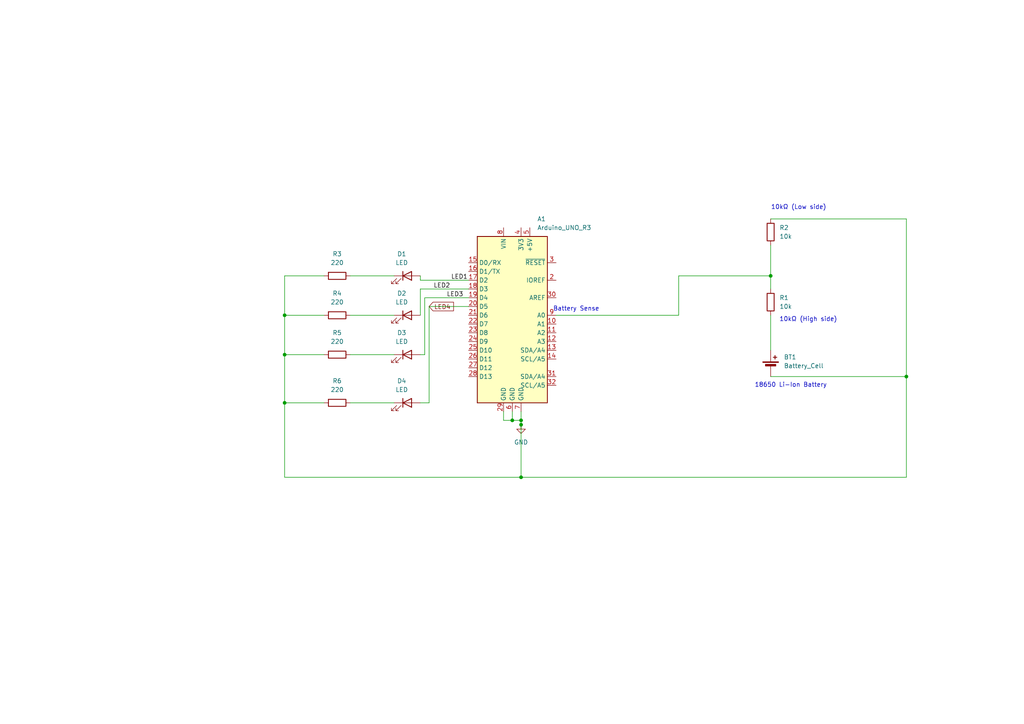
<source format=kicad_sch>
(kicad_sch (version 20250114) (generator "eeschema") (generator_version "9.0")
  (paper "A4")
  (lib_symbols
    (symbol "Device:Battery_Cell" (pin_numbers (hide yes)) (pin_names (offset 0) (hide yes))
      (property "Reference" "BT" (at 2.54 2.54 0))
      (property "Value" "Battery_Cell" (at 2.54 0 0))
      (symbol "Battery_Cell_0_1"
        (rectangle (start -2.286 1.778) (end 2.286 1.524) (fill (type outline)))
        (rectangle (start -1.524 1.016) (end 1.524 0.508) (fill (type outline)))
        (polyline (pts (xy 0 1.778) (xy 0 2.54)))
        (polyline (pts (xy 0 0.762) (xy 0 0)))
        (polyline (pts (xy 0.762 3.048) (xy 1.778 3.048)) (stroke (width 0.254)))
        (polyline (pts (xy 1.27 3.556) (xy 1.27 2.54)) (stroke (width 0.254)))
      )
      (symbol "Battery_Cell_1_1"
        (pin passive line (at 0 5.08 270) (length 2.54) (name "+") (number "1"))
        (pin passive line (at 0 -2.54 90) (length 2.54) (name "-") (number "2"))
      )
    )
    (symbol "Device:LED" (pin_numbers (hide yes)) (pin_names (offset 1.016) (hide yes))
      (property "Reference" "D" (at 0 2.54 0))
      (property "Value" "LED" (at 0 -2.54 0))
      (symbol "LED_0_1"
        (polyline (pts (xy -3.048 -0.762) (xy -4.572 -2.286) (xy -3.81 -2.286) (xy -4.572 -2.286) (xy -4.572 -1.524)))
        (polyline (pts (xy -1.778 -0.762) (xy -3.302 -2.286) (xy -2.54 -2.286) (xy -3.302 -2.286) (xy -3.302 -1.524)))
        (polyline (pts (xy -1.27 0) (xy 1.27 0)))
        (polyline (pts (xy -1.27 -1.27) (xy -1.27 1.27)) (stroke (width 0.254)))
        (polyline (pts (xy 1.27 -1.27) (xy 1.27 1.27) (xy -1.27 0) (xy 1.27 -1.27)) (stroke (width 0.254)))
      )
      (symbol "LED_1_1"
        (pin passive line (at -3.81 0 0) (length 2.54) (name "K") (number "1"))
        (pin passive line (at 3.81 0 180) (length 2.54) (name "A") (number "2"))
      )
    )
    (symbol "Device:R" (pin_numbers (hide yes)) (pin_names (offset 0))
      (property "Reference" "R" (at 2.032 0 90))
      (property "Value" "R" (at 0 0 90))
      (symbol "R_0_1"
        (rectangle (start -1.016 -2.54) (end 1.016 2.54) (stroke (width 0.254)))
      )
      (symbol "R_1_1"
        (pin passive line (at 0 3.81 270) (length 1.27) (name "~") (number "1"))
        (pin passive line (at 0 -3.81 90) (length 1.27) (name "~") (number "2"))
      )
    )
    (symbol "MCU_Module:Arduino_UNO_R3"
      (property "Reference" "A" (at -10.16 23.495 0))
      (property "Value" "Arduino_UNO_R3" (at 5.08 -26.67 0))
      (symbol "Arduino_UNO_R3_0_1"
        (rectangle (start -10.16 22.86) (end 10.16 -25.4) (stroke (width 0.254)) (fill (type background)))
      )
      (symbol "Arduino_UNO_R3_1_1"
        (pin bidirectional line (at -12.7 15.24 0) (length 2.54) (name "D0/RX") (number "15"))
        (pin bidirectional line (at -12.7 12.7 0) (length 2.54) (name "D1/TX") (number "16"))
        (pin bidirectional line (at -12.7 10.16 0) (length 2.54) (name "D2") (number "17"))
        (pin bidirectional line (at -12.7 7.62 0) (length 2.54) (name "D3") (number "18"))
        (pin bidirectional line (at -12.7 5.08 0) (length 2.54) (name "D4") (number "19"))
        (pin bidirectional line (at -12.7 2.54 0) (length 2.54) (name "D5") (number "20"))
        (pin bidirectional line (at -12.7 0 0) (length 2.54) (name "D6") (number "21"))
        (pin bidirectional line (at -12.7 -2.54 0) (length 2.54) (name "D7") (number "22"))
        (pin bidirectional line (at -12.7 -5.08 0) (length 2.54) (name "D8") (number "23"))
        (pin bidirectional line (at -12.7 -7.62 0) (length 2.54) (name "D9") (number "24"))
        (pin bidirectional line (at -12.7 -10.16 0) (length 2.54) (name "D10") (number "25"))
        (pin bidirectional line (at -12.7 -12.7 0) (length 2.54) (name "D11") (number "26"))
        (pin bidirectional line (at -12.7 -15.24 0) (length 2.54) (name "D12") (number "27"))
        (pin bidirectional line (at -12.7 -17.78 0) (length 2.54) (name "D13") (number "28"))
        (pin no_connect line (at -10.16 -20.32 0) (length 2.54) (hide yes) (name "NC") (number "1"))
        (pin power_in line (at -2.54 25.4 270) (length 2.54) (name "VIN") (number "8"))
        (pin power_in line (at -2.54 -27.94 90) (length 2.54) (name "GND") (number "29"))
        (pin power_in line (at 0 -27.94 90) (length 2.54) (name "GND") (number "6"))
        (pin power_out line (at 2.54 25.4 270) (length 2.54) (name "3V3") (number "4"))
        (pin power_in line (at 2.54 -27.94 90) (length 2.54) (name "GND") (number "7"))
        (pin power_out line (at 5.08 25.4 270) (length 2.54) (name "+5V") (number "5"))
        (pin input line (at 12.7 15.24 180) (length 2.54) (name "~{RESET}") (number "3"))
        (pin output line (at 12.7 10.16 180) (length 2.54) (name "IOREF") (number "2"))
        (pin input line (at 12.7 5.08 180) (length 2.54) (name "AREF") (number "30"))
        (pin bidirectional line (at 12.7 0 180) (length 2.54) (name "A0") (number "9"))
        (pin bidirectional line (at 12.7 -2.54 180) (length 2.54) (name "A1") (number "10"))
        (pin bidirectional line (at 12.7 -5.08 180) (length 2.54) (name "A2") (number "11"))
        (pin bidirectional line (at 12.7 -7.62 180) (length 2.54) (name "A3") (number "12"))
        (pin bidirectional line (at 12.7 -10.16 180) (length 2.54) (name "SDA/A4") (number "13"))
        (pin bidirectional line (at 12.7 -12.7 180) (length 2.54) (name "SCL/A5") (number "14"))
        (pin bidirectional line (at 12.7 -17.78 180) (length 2.54) (name "SDA/A4") (number "31"))
        (pin bidirectional line (at 12.7 -20.32 180) (length 2.54) (name "SCL/A5") (number "32"))
      )
    )
    (symbol "power:GND" (power) (pin_numbers (hide yes)) (pin_names (offset 0) (hide yes))
      (property "Value" "GND" (at 0 -3.81 0))
      (symbol "GND_0_1"
        (polyline (pts (xy 0 0) (xy 0 -1.27) (xy 1.27 -1.27) (xy 0 -2.54) (xy -1.27 -1.27) (xy 0 -1.27)))
      )
      (symbol "GND_1_1"
        (pin power_in line (at 0 0 270) (length 0) (name "~") (number "1"))
      )
    )
  )
  (text "10kΩ (Low side)" (at 231.648 60.198 0) (effects (font (size 1.27 1.27))))
  (text "10kΩ (High side)" (at 234.442 92.71 0) (effects (font (size 1.27 1.27))))
  (text "Battery Sense" (at 167.132 89.662 0) (effects (font (size 1.27 1.27))))
  (text "18650 Li-Ion Battery" (at 229.362 111.76 0) (effects (font (size 1.27 1.27))))
  (junction (at 151.13 121.92))
  (junction (at 223.52 80.01))
  (junction (at 148.59 121.92))
  (junction (at 151.13 138.43))
  (junction (at 82.55 116.84))
  (junction (at 262.89 109.22))
  (junction (at 151.13 123.19))
  (junction (at 82.55 91.44))
  (junction (at 82.55 102.87))
  (wire (pts (xy 82.55 91.44) (xy 82.55 102.87)))
  (wire (pts (xy 123.19 86.36) (xy 123.19 102.87)))
  (wire (pts (xy 223.52 63.5) (xy 262.89 63.5)))
  (wire (pts (xy 101.6 91.44) (xy 114.3 91.44)))
  (wire (pts (xy 121.92 81.28) (xy 121.92 80.01)))
  (wire (pts (xy 124.46 88.9) (xy 124.46 116.84)))
  (wire (pts (xy 161.29 91.44) (xy 196.85 91.44)))
  (wire (pts (xy 135.89 81.28) (xy 121.92 81.28)))
  (wire (pts (xy 121.92 102.87) (xy 123.19 102.87)))
  (wire (pts (xy 135.89 83.82) (xy 121.92 83.82)))
  (wire (pts (xy 101.6 116.84) (xy 114.3 116.84)))
  (wire (pts (xy 93.98 80.01) (xy 82.55 80.01)))
  (wire (pts (xy 151.13 123.19) (xy 151.13 138.43)))
  (wire (pts (xy 223.52 80.01) (xy 196.85 80.01)))
  (wire (pts (xy 223.52 71.12) (xy 223.52 80.01)))
  (wire (pts (xy 148.59 121.92) (xy 151.13 121.92)))
  (wire (pts (xy 223.52 91.44) (xy 223.52 101.6)))
  (wire (pts (xy 146.05 121.92) (xy 148.59 121.92)))
  (wire (pts (xy 151.13 119.38) (xy 151.13 121.92)))
  (wire (pts (xy 151.13 121.92) (xy 151.13 123.19)))
  (wire (pts (xy 148.59 119.38) (xy 148.59 121.92)))
  (wire (pts (xy 262.89 109.22) (xy 262.89 138.43)))
  (wire (pts (xy 82.55 116.84) (xy 93.98 116.84)))
  (wire (pts (xy 123.19 86.36) (xy 135.89 86.36)))
  (wire (pts (xy 262.89 63.5) (xy 262.89 109.22)))
  (wire (pts (xy 262.89 138.43) (xy 151.13 138.43)))
  (wire (pts (xy 223.52 83.82) (xy 223.52 80.01)))
  (wire (pts (xy 196.85 80.01) (xy 196.85 91.44)))
  (wire (pts (xy 135.89 88.9) (xy 124.46 88.9)))
  (wire (pts (xy 82.55 116.84) (xy 82.55 138.43)))
  (wire (pts (xy 223.52 109.22) (xy 262.89 109.22)))
  (wire (pts (xy 82.55 102.87) (xy 82.55 116.84)))
  (wire (pts (xy 121.92 83.82) (xy 121.92 91.44)))
  (wire (pts (xy 82.55 80.01) (xy 82.55 91.44)))
  (wire (pts (xy 82.55 91.44) (xy 93.98 91.44)))
  (wire (pts (xy 82.55 102.87) (xy 93.98 102.87)))
  (wire (pts (xy 146.05 119.38) (xy 146.05 121.92)))
  (wire (pts (xy 101.6 102.87) (xy 114.3 102.87)))
  (wire (pts (xy 121.92 116.84) (xy 124.46 116.84)))
  (wire (pts (xy 101.6 80.01) (xy 114.3 80.01)))
  (wire (pts (xy 82.55 138.43) (xy 151.13 138.43)))
  (label "LED3" (at 129.54 86.36 0))
  (label "LED1" (at 130.81 81.28 0))
  (label "LED2" (at 125.73 83.82 0))
  (global_label "LED4" (shape input) (at 124.46 88.9 0) (property "Intersheetrefs" "${INTERSHEET_REFS}" (effects (hide yes))))
  (symbol (lib_id "Device:Battery_Cell") (at 223.52 106.68 0) (unit 1)
    (property "Reference" "BT1" (at 227.33 103.5684 0) (effects (justify left)))
    (property "Value" "Battery_Cell" (at 227.33 106.1084 0) (effects (justify left)))
    (property "Description" "Single-cell battery" (effects (hide yes)))
  )
  (symbol (lib_id "Device:R") (at 97.79 91.44 90) (unit 1)
    (property "Reference" "R4" (at 97.79 85.09 90))
    (property "Value" "220" (at 97.79 87.63 90))
    (property "Description" "Resistor" (effects (hide yes)))
  )
  (symbol (lib_id "Device:LED") (at 118.11 91.44 0) (unit 1)
    (property "Reference" "D2" (at 116.5225 85.09 0))
    (property "Value" "LED" (at 116.5225 87.63 0))
    (property "Description" "Light emitting diode" (effects (hide yes)))
    (property "Sim.Pins" "1=K 2=A" (effects (hide yes)))
  )
  (symbol (lib_id "Device:LED") (at 118.11 116.84 0) (unit 1)
    (property "Reference" "D4" (at 116.5225 110.49 0))
    (property "Value" "LED" (at 116.5225 113.03 0))
    (property "Description" "Light emitting diode" (effects (hide yes)))
    (property "Sim.Pins" "1=K 2=A" (effects (hide yes)))
  )
  (symbol (lib_id "Device:R") (at 223.52 87.63 0) (unit 1)
    (property "Reference" "R1" (at 226.06 86.3599 0) (effects (justify left)))
    (property "Value" "10k" (at 226.06 88.8999 0) (effects (justify left)))
    (property "Description" "Resistor" (effects (hide yes)))
  )
  (symbol (lib_id "Device:LED") (at 118.11 102.87 0) (unit 1)
    (property "Reference" "D3" (at 116.5225 96.52 0))
    (property "Value" "LED" (at 116.5225 99.06 0))
    (property "Description" "Light emitting diode" (effects (hide yes)))
    (property "Sim.Pins" "1=K 2=A" (effects (hide yes)))
  )
  (symbol (lib_id "Device:LED") (at 118.11 80.01 0) (unit 1)
    (property "Reference" "D1" (at 116.5225 73.66 0))
    (property "Value" "LED" (at 116.5225 76.2 0))
    (property "Description" "Light emitting diode" (effects (hide yes)))
    (property "Sim.Pins" "1=K 2=A" (effects (hide yes)))
  )
  (symbol (lib_id "Device:R") (at 97.79 102.87 90) (unit 1)
    (property "Reference" "R5" (at 97.79 96.52 90))
    (property "Value" "220" (at 97.79 99.06 90))
    (property "Description" "Resistor" (effects (hide yes)))
  )
  (symbol (lib_id "power:GND") (at 151.13 123.19 0) (unit 1)
    (property "Reference" "#PWR01" (effects (hide yes)))
    (property "Value" "GND" (at 151.13 128.27 0))
    (property "Description" "Power symbol creates a global label with name \"GND\" , ground" (effects (hide yes)))
  )
  (symbol (lib_id "Device:R") (at 223.52 67.31 0) (unit 1)
    (property "Reference" "R2" (at 226.06 66.0399 0) (effects (justify left)))
    (property "Value" "10k" (at 226.06 68.5799 0) (effects (justify left)))
    (property "Description" "Resistor" (effects (hide yes)))
  )
  (symbol (lib_id "MCU_Module:Arduino_UNO_R3") (at 148.59 91.44 0) (unit 1)
    (property "Reference" "A1" (at 155.8133 63.5 0) (effects (justify left)))
    (property "Value" "Arduino_UNO_R3" (at 155.8133 66.04 0) (effects (justify left)))
    (property "Footprint" "Module:Arduino_UNO_R3" (effects (hide yes)))
    (property "Datasheet" "https://www.arduino.cc/en/Main/arduinoBoardUno" (effects (hide yes)))
    (property "Description" "Arduino UNO Microcontroller Module, release 3" (effects (hide yes)))
  )
  (symbol (lib_id "Device:R") (at 97.79 80.01 90) (unit 1)
    (property "Reference" "R3" (at 97.79 73.66 90))
    (property "Value" "220" (at 97.79 76.2 90))
    (property "Description" "Resistor" (effects (hide yes)))
  )
  (symbol (lib_id "Device:R") (at 97.79 116.84 90) (unit 1)
    (property "Reference" "R6" (at 97.79 110.49 90))
    (property "Value" "220" (at 97.79 113.03 90))
    (property "Description" "Resistor" (effects (hide yes)))
  )
)
</source>
